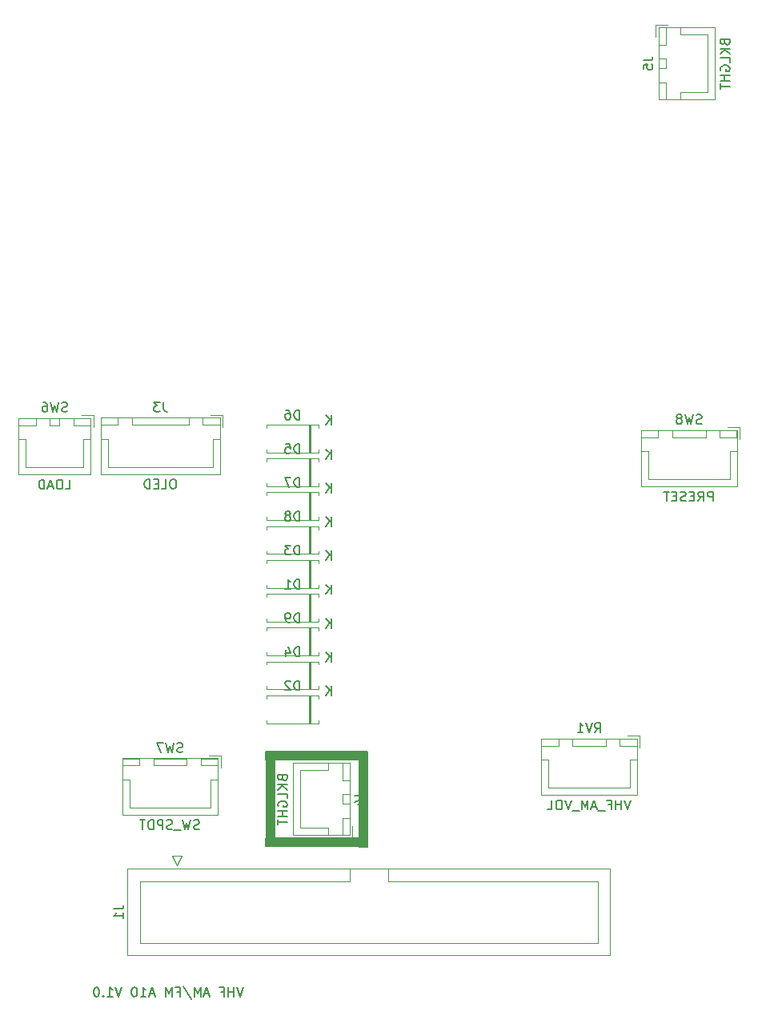
<source format=gbr>
%TF.GenerationSoftware,KiCad,Pcbnew,8.0.2-1*%
%TF.CreationDate,2024-08-11T12:55:08+10:00*%
%TF.ProjectId,VHF-AM-ROTARIES,5648462d-414d-42d5-924f-544152494553,rev?*%
%TF.SameCoordinates,Original*%
%TF.FileFunction,Legend,Bot*%
%TF.FilePolarity,Positive*%
%FSLAX46Y46*%
G04 Gerber Fmt 4.6, Leading zero omitted, Abs format (unit mm)*
G04 Created by KiCad (PCBNEW 8.0.2-1) date 2024-08-11 12:55:08*
%MOMM*%
%LPD*%
G01*
G04 APERTURE LIST*
%ADD10C,0.150000*%
%ADD11C,0.120000*%
G04 APERTURE END LIST*
D10*
X119207300Y-113750000D02*
X129892700Y-113750000D01*
X129892700Y-114610000D01*
X119207300Y-114610000D01*
X119207300Y-113750000D01*
G36*
X119207300Y-113750000D02*
G01*
X129892700Y-113750000D01*
X129892700Y-114610000D01*
X119207300Y-114610000D01*
X119207300Y-113750000D01*
G37*
X119214600Y-122870000D02*
X129050000Y-122870000D01*
X129050000Y-123730000D01*
X119214600Y-123730000D01*
X119214600Y-122870000D01*
G36*
X119214600Y-122870000D02*
G01*
X129050000Y-122870000D01*
X129050000Y-123730000D01*
X119214600Y-123730000D01*
X119214600Y-122870000D01*
G37*
X119226949Y-113915000D02*
X120086949Y-113915000D01*
X120086949Y-123715000D01*
X119226949Y-123715000D01*
X119226949Y-113915000D01*
G36*
X119226949Y-113915000D02*
G01*
X120086949Y-113915000D01*
X120086949Y-123715000D01*
X119226949Y-123715000D01*
X119226949Y-113915000D01*
G37*
X129045000Y-114270000D02*
X129905000Y-114270000D01*
X129905000Y-123760000D01*
X129045000Y-123760000D01*
X129045000Y-114270000D01*
G36*
X129045000Y-114270000D02*
G01*
X129905000Y-114270000D01*
X129905000Y-123760000D01*
X129045000Y-123760000D01*
X129045000Y-114270000D01*
G37*
X116806077Y-138619819D02*
X116472744Y-139619819D01*
X116472744Y-139619819D02*
X116139411Y-138619819D01*
X115806077Y-139619819D02*
X115806077Y-138619819D01*
X115806077Y-139096009D02*
X115234649Y-139096009D01*
X115234649Y-139619819D02*
X115234649Y-138619819D01*
X114425125Y-139096009D02*
X114758458Y-139096009D01*
X114758458Y-139619819D02*
X114758458Y-138619819D01*
X114758458Y-138619819D02*
X114282268Y-138619819D01*
X113187029Y-139334104D02*
X112710839Y-139334104D01*
X113282267Y-139619819D02*
X112948934Y-138619819D01*
X112948934Y-138619819D02*
X112615601Y-139619819D01*
X112282267Y-139619819D02*
X112282267Y-138619819D01*
X112282267Y-138619819D02*
X111948934Y-139334104D01*
X111948934Y-139334104D02*
X111615601Y-138619819D01*
X111615601Y-138619819D02*
X111615601Y-139619819D01*
X110425125Y-138572200D02*
X111282267Y-139857914D01*
X109758458Y-139096009D02*
X110091791Y-139096009D01*
X110091791Y-139619819D02*
X110091791Y-138619819D01*
X110091791Y-138619819D02*
X109615601Y-138619819D01*
X109234648Y-139619819D02*
X109234648Y-138619819D01*
X109234648Y-138619819D02*
X108901315Y-139334104D01*
X108901315Y-139334104D02*
X108567982Y-138619819D01*
X108567982Y-138619819D02*
X108567982Y-139619819D01*
X107377505Y-139334104D02*
X106901315Y-139334104D01*
X107472743Y-139619819D02*
X107139410Y-138619819D01*
X107139410Y-138619819D02*
X106806077Y-139619819D01*
X105948934Y-139619819D02*
X106520362Y-139619819D01*
X106234648Y-139619819D02*
X106234648Y-138619819D01*
X106234648Y-138619819D02*
X106329886Y-138762676D01*
X106329886Y-138762676D02*
X106425124Y-138857914D01*
X106425124Y-138857914D02*
X106520362Y-138905533D01*
X105329886Y-138619819D02*
X105234648Y-138619819D01*
X105234648Y-138619819D02*
X105139410Y-138667438D01*
X105139410Y-138667438D02*
X105091791Y-138715057D01*
X105091791Y-138715057D02*
X105044172Y-138810295D01*
X105044172Y-138810295D02*
X104996553Y-139000771D01*
X104996553Y-139000771D02*
X104996553Y-139238866D01*
X104996553Y-139238866D02*
X105044172Y-139429342D01*
X105044172Y-139429342D02*
X105091791Y-139524580D01*
X105091791Y-139524580D02*
X105139410Y-139572200D01*
X105139410Y-139572200D02*
X105234648Y-139619819D01*
X105234648Y-139619819D02*
X105329886Y-139619819D01*
X105329886Y-139619819D02*
X105425124Y-139572200D01*
X105425124Y-139572200D02*
X105472743Y-139524580D01*
X105472743Y-139524580D02*
X105520362Y-139429342D01*
X105520362Y-139429342D02*
X105567981Y-139238866D01*
X105567981Y-139238866D02*
X105567981Y-139000771D01*
X105567981Y-139000771D02*
X105520362Y-138810295D01*
X105520362Y-138810295D02*
X105472743Y-138715057D01*
X105472743Y-138715057D02*
X105425124Y-138667438D01*
X105425124Y-138667438D02*
X105329886Y-138619819D01*
X103948933Y-138619819D02*
X103615600Y-139619819D01*
X103615600Y-139619819D02*
X103282267Y-138619819D01*
X102425124Y-139619819D02*
X102996552Y-139619819D01*
X102710838Y-139619819D02*
X102710838Y-138619819D01*
X102710838Y-138619819D02*
X102806076Y-138762676D01*
X102806076Y-138762676D02*
X102901314Y-138857914D01*
X102901314Y-138857914D02*
X102996552Y-138905533D01*
X101996552Y-139524580D02*
X101948933Y-139572200D01*
X101948933Y-139572200D02*
X101996552Y-139619819D01*
X101996552Y-139619819D02*
X102044171Y-139572200D01*
X102044171Y-139572200D02*
X101996552Y-139524580D01*
X101996552Y-139524580D02*
X101996552Y-139619819D01*
X101329886Y-138619819D02*
X101234648Y-138619819D01*
X101234648Y-138619819D02*
X101139410Y-138667438D01*
X101139410Y-138667438D02*
X101091791Y-138715057D01*
X101091791Y-138715057D02*
X101044172Y-138810295D01*
X101044172Y-138810295D02*
X100996553Y-139000771D01*
X100996553Y-139000771D02*
X100996553Y-139238866D01*
X100996553Y-139238866D02*
X101044172Y-139429342D01*
X101044172Y-139429342D02*
X101091791Y-139524580D01*
X101091791Y-139524580D02*
X101139410Y-139572200D01*
X101139410Y-139572200D02*
X101234648Y-139619819D01*
X101234648Y-139619819D02*
X101329886Y-139619819D01*
X101329886Y-139619819D02*
X101425124Y-139572200D01*
X101425124Y-139572200D02*
X101472743Y-139524580D01*
X101472743Y-139524580D02*
X101520362Y-139429342D01*
X101520362Y-139429342D02*
X101567981Y-139238866D01*
X101567981Y-139238866D02*
X101567981Y-139000771D01*
X101567981Y-139000771D02*
X101520362Y-138810295D01*
X101520362Y-138810295D02*
X101472743Y-138715057D01*
X101472743Y-138715057D02*
X101425124Y-138667438D01*
X101425124Y-138667438D02*
X101329886Y-138619819D01*
X110383332Y-113757200D02*
X110240475Y-113804819D01*
X110240475Y-113804819D02*
X110002380Y-113804819D01*
X110002380Y-113804819D02*
X109907142Y-113757200D01*
X109907142Y-113757200D02*
X109859523Y-113709580D01*
X109859523Y-113709580D02*
X109811904Y-113614342D01*
X109811904Y-113614342D02*
X109811904Y-113519104D01*
X109811904Y-113519104D02*
X109859523Y-113423866D01*
X109859523Y-113423866D02*
X109907142Y-113376247D01*
X109907142Y-113376247D02*
X110002380Y-113328628D01*
X110002380Y-113328628D02*
X110192856Y-113281009D01*
X110192856Y-113281009D02*
X110288094Y-113233390D01*
X110288094Y-113233390D02*
X110335713Y-113185771D01*
X110335713Y-113185771D02*
X110383332Y-113090533D01*
X110383332Y-113090533D02*
X110383332Y-112995295D01*
X110383332Y-112995295D02*
X110335713Y-112900057D01*
X110335713Y-112900057D02*
X110288094Y-112852438D01*
X110288094Y-112852438D02*
X110192856Y-112804819D01*
X110192856Y-112804819D02*
X109954761Y-112804819D01*
X109954761Y-112804819D02*
X109811904Y-112852438D01*
X109478570Y-112804819D02*
X109240475Y-113804819D01*
X109240475Y-113804819D02*
X109049999Y-113090533D01*
X109049999Y-113090533D02*
X108859523Y-113804819D01*
X108859523Y-113804819D02*
X108621428Y-112804819D01*
X108335713Y-112804819D02*
X107669047Y-112804819D01*
X107669047Y-112804819D02*
X108097618Y-113804819D01*
X112145237Y-121907200D02*
X112002380Y-121954819D01*
X112002380Y-121954819D02*
X111764285Y-121954819D01*
X111764285Y-121954819D02*
X111669047Y-121907200D01*
X111669047Y-121907200D02*
X111621428Y-121859580D01*
X111621428Y-121859580D02*
X111573809Y-121764342D01*
X111573809Y-121764342D02*
X111573809Y-121669104D01*
X111573809Y-121669104D02*
X111621428Y-121573866D01*
X111621428Y-121573866D02*
X111669047Y-121526247D01*
X111669047Y-121526247D02*
X111764285Y-121478628D01*
X111764285Y-121478628D02*
X111954761Y-121431009D01*
X111954761Y-121431009D02*
X112049999Y-121383390D01*
X112049999Y-121383390D02*
X112097618Y-121335771D01*
X112097618Y-121335771D02*
X112145237Y-121240533D01*
X112145237Y-121240533D02*
X112145237Y-121145295D01*
X112145237Y-121145295D02*
X112097618Y-121050057D01*
X112097618Y-121050057D02*
X112049999Y-121002438D01*
X112049999Y-121002438D02*
X111954761Y-120954819D01*
X111954761Y-120954819D02*
X111716666Y-120954819D01*
X111716666Y-120954819D02*
X111573809Y-121002438D01*
X111240475Y-120954819D02*
X111002380Y-121954819D01*
X111002380Y-121954819D02*
X110811904Y-121240533D01*
X110811904Y-121240533D02*
X110621428Y-121954819D01*
X110621428Y-121954819D02*
X110383333Y-120954819D01*
X110240476Y-122050057D02*
X109478571Y-122050057D01*
X109288094Y-121907200D02*
X109145237Y-121954819D01*
X109145237Y-121954819D02*
X108907142Y-121954819D01*
X108907142Y-121954819D02*
X108811904Y-121907200D01*
X108811904Y-121907200D02*
X108764285Y-121859580D01*
X108764285Y-121859580D02*
X108716666Y-121764342D01*
X108716666Y-121764342D02*
X108716666Y-121669104D01*
X108716666Y-121669104D02*
X108764285Y-121573866D01*
X108764285Y-121573866D02*
X108811904Y-121526247D01*
X108811904Y-121526247D02*
X108907142Y-121478628D01*
X108907142Y-121478628D02*
X109097618Y-121431009D01*
X109097618Y-121431009D02*
X109192856Y-121383390D01*
X109192856Y-121383390D02*
X109240475Y-121335771D01*
X109240475Y-121335771D02*
X109288094Y-121240533D01*
X109288094Y-121240533D02*
X109288094Y-121145295D01*
X109288094Y-121145295D02*
X109240475Y-121050057D01*
X109240475Y-121050057D02*
X109192856Y-121002438D01*
X109192856Y-121002438D02*
X109097618Y-120954819D01*
X109097618Y-120954819D02*
X108859523Y-120954819D01*
X108859523Y-120954819D02*
X108716666Y-121002438D01*
X108288094Y-121954819D02*
X108288094Y-120954819D01*
X108288094Y-120954819D02*
X107907142Y-120954819D01*
X107907142Y-120954819D02*
X107811904Y-121002438D01*
X107811904Y-121002438D02*
X107764285Y-121050057D01*
X107764285Y-121050057D02*
X107716666Y-121145295D01*
X107716666Y-121145295D02*
X107716666Y-121288152D01*
X107716666Y-121288152D02*
X107764285Y-121383390D01*
X107764285Y-121383390D02*
X107811904Y-121431009D01*
X107811904Y-121431009D02*
X107907142Y-121478628D01*
X107907142Y-121478628D02*
X108288094Y-121478628D01*
X107288094Y-121954819D02*
X107288094Y-120954819D01*
X107288094Y-120954819D02*
X107049999Y-120954819D01*
X107049999Y-120954819D02*
X106907142Y-121002438D01*
X106907142Y-121002438D02*
X106811904Y-121097676D01*
X106811904Y-121097676D02*
X106764285Y-121192914D01*
X106764285Y-121192914D02*
X106716666Y-121383390D01*
X106716666Y-121383390D02*
X106716666Y-121526247D01*
X106716666Y-121526247D02*
X106764285Y-121716723D01*
X106764285Y-121716723D02*
X106811904Y-121811961D01*
X106811904Y-121811961D02*
X106907142Y-121907200D01*
X106907142Y-121907200D02*
X107049999Y-121954819D01*
X107049999Y-121954819D02*
X107288094Y-121954819D01*
X106430951Y-120954819D02*
X105859523Y-120954819D01*
X106145237Y-121954819D02*
X106145237Y-120954819D01*
X122748094Y-78634819D02*
X122748094Y-77634819D01*
X122748094Y-77634819D02*
X122509999Y-77634819D01*
X122509999Y-77634819D02*
X122367142Y-77682438D01*
X122367142Y-77682438D02*
X122271904Y-77777676D01*
X122271904Y-77777676D02*
X122224285Y-77872914D01*
X122224285Y-77872914D02*
X122176666Y-78063390D01*
X122176666Y-78063390D02*
X122176666Y-78206247D01*
X122176666Y-78206247D02*
X122224285Y-78396723D01*
X122224285Y-78396723D02*
X122271904Y-78491961D01*
X122271904Y-78491961D02*
X122367142Y-78587200D01*
X122367142Y-78587200D02*
X122509999Y-78634819D01*
X122509999Y-78634819D02*
X122748094Y-78634819D01*
X121319523Y-77634819D02*
X121509999Y-77634819D01*
X121509999Y-77634819D02*
X121605237Y-77682438D01*
X121605237Y-77682438D02*
X121652856Y-77730057D01*
X121652856Y-77730057D02*
X121748094Y-77872914D01*
X121748094Y-77872914D02*
X121795713Y-78063390D01*
X121795713Y-78063390D02*
X121795713Y-78444342D01*
X121795713Y-78444342D02*
X121748094Y-78539580D01*
X121748094Y-78539580D02*
X121700475Y-78587200D01*
X121700475Y-78587200D02*
X121605237Y-78634819D01*
X121605237Y-78634819D02*
X121414761Y-78634819D01*
X121414761Y-78634819D02*
X121319523Y-78587200D01*
X121319523Y-78587200D02*
X121271904Y-78539580D01*
X121271904Y-78539580D02*
X121224285Y-78444342D01*
X121224285Y-78444342D02*
X121224285Y-78206247D01*
X121224285Y-78206247D02*
X121271904Y-78111009D01*
X121271904Y-78111009D02*
X121319523Y-78063390D01*
X121319523Y-78063390D02*
X121414761Y-78015771D01*
X121414761Y-78015771D02*
X121605237Y-78015771D01*
X121605237Y-78015771D02*
X121700475Y-78063390D01*
X121700475Y-78063390D02*
X121748094Y-78111009D01*
X121748094Y-78111009D02*
X121795713Y-78206247D01*
X126081904Y-79204819D02*
X126081904Y-78204819D01*
X125510476Y-79204819D02*
X125939047Y-78633390D01*
X125510476Y-78204819D02*
X126081904Y-78776247D01*
X159104819Y-40676666D02*
X159819104Y-40676666D01*
X159819104Y-40676666D02*
X159961961Y-40629047D01*
X159961961Y-40629047D02*
X160057200Y-40533809D01*
X160057200Y-40533809D02*
X160104819Y-40390952D01*
X160104819Y-40390952D02*
X160104819Y-40295714D01*
X159104819Y-41629047D02*
X159104819Y-41152857D01*
X159104819Y-41152857D02*
X159581009Y-41105238D01*
X159581009Y-41105238D02*
X159533390Y-41152857D01*
X159533390Y-41152857D02*
X159485771Y-41248095D01*
X159485771Y-41248095D02*
X159485771Y-41486190D01*
X159485771Y-41486190D02*
X159533390Y-41581428D01*
X159533390Y-41581428D02*
X159581009Y-41629047D01*
X159581009Y-41629047D02*
X159676247Y-41676666D01*
X159676247Y-41676666D02*
X159914342Y-41676666D01*
X159914342Y-41676666D02*
X160009580Y-41629047D01*
X160009580Y-41629047D02*
X160057200Y-41581428D01*
X160057200Y-41581428D02*
X160104819Y-41486190D01*
X160104819Y-41486190D02*
X160104819Y-41248095D01*
X160104819Y-41248095D02*
X160057200Y-41152857D01*
X160057200Y-41152857D02*
X160009580Y-41105238D01*
X167731009Y-38771904D02*
X167778628Y-38914761D01*
X167778628Y-38914761D02*
X167826247Y-38962380D01*
X167826247Y-38962380D02*
X167921485Y-39009999D01*
X167921485Y-39009999D02*
X168064342Y-39009999D01*
X168064342Y-39009999D02*
X168159580Y-38962380D01*
X168159580Y-38962380D02*
X168207200Y-38914761D01*
X168207200Y-38914761D02*
X168254819Y-38819523D01*
X168254819Y-38819523D02*
X168254819Y-38438571D01*
X168254819Y-38438571D02*
X167254819Y-38438571D01*
X167254819Y-38438571D02*
X167254819Y-38771904D01*
X167254819Y-38771904D02*
X167302438Y-38867142D01*
X167302438Y-38867142D02*
X167350057Y-38914761D01*
X167350057Y-38914761D02*
X167445295Y-38962380D01*
X167445295Y-38962380D02*
X167540533Y-38962380D01*
X167540533Y-38962380D02*
X167635771Y-38914761D01*
X167635771Y-38914761D02*
X167683390Y-38867142D01*
X167683390Y-38867142D02*
X167731009Y-38771904D01*
X167731009Y-38771904D02*
X167731009Y-38438571D01*
X168254819Y-39438571D02*
X167254819Y-39438571D01*
X168254819Y-40009999D02*
X167683390Y-39581428D01*
X167254819Y-40009999D02*
X167826247Y-39438571D01*
X168254819Y-40914761D02*
X168254819Y-40438571D01*
X168254819Y-40438571D02*
X167254819Y-40438571D01*
X167302438Y-41771904D02*
X167254819Y-41676666D01*
X167254819Y-41676666D02*
X167254819Y-41533809D01*
X167254819Y-41533809D02*
X167302438Y-41390952D01*
X167302438Y-41390952D02*
X167397676Y-41295714D01*
X167397676Y-41295714D02*
X167492914Y-41248095D01*
X167492914Y-41248095D02*
X167683390Y-41200476D01*
X167683390Y-41200476D02*
X167826247Y-41200476D01*
X167826247Y-41200476D02*
X168016723Y-41248095D01*
X168016723Y-41248095D02*
X168111961Y-41295714D01*
X168111961Y-41295714D02*
X168207200Y-41390952D01*
X168207200Y-41390952D02*
X168254819Y-41533809D01*
X168254819Y-41533809D02*
X168254819Y-41629047D01*
X168254819Y-41629047D02*
X168207200Y-41771904D01*
X168207200Y-41771904D02*
X168159580Y-41819523D01*
X168159580Y-41819523D02*
X167826247Y-41819523D01*
X167826247Y-41819523D02*
X167826247Y-41629047D01*
X168254819Y-42248095D02*
X167254819Y-42248095D01*
X167731009Y-42248095D02*
X167731009Y-42819523D01*
X168254819Y-42819523D02*
X167254819Y-42819523D01*
X167254819Y-43152857D02*
X167254819Y-43724285D01*
X168254819Y-43438571D02*
X167254819Y-43438571D01*
X153970238Y-111704819D02*
X154303571Y-111228628D01*
X154541666Y-111704819D02*
X154541666Y-110704819D01*
X154541666Y-110704819D02*
X154160714Y-110704819D01*
X154160714Y-110704819D02*
X154065476Y-110752438D01*
X154065476Y-110752438D02*
X154017857Y-110800057D01*
X154017857Y-110800057D02*
X153970238Y-110895295D01*
X153970238Y-110895295D02*
X153970238Y-111038152D01*
X153970238Y-111038152D02*
X154017857Y-111133390D01*
X154017857Y-111133390D02*
X154065476Y-111181009D01*
X154065476Y-111181009D02*
X154160714Y-111228628D01*
X154160714Y-111228628D02*
X154541666Y-111228628D01*
X153684523Y-110704819D02*
X153351190Y-111704819D01*
X153351190Y-111704819D02*
X153017857Y-110704819D01*
X152160714Y-111704819D02*
X152732142Y-111704819D01*
X152446428Y-111704819D02*
X152446428Y-110704819D01*
X152446428Y-110704819D02*
X152541666Y-110847676D01*
X152541666Y-110847676D02*
X152636904Y-110942914D01*
X152636904Y-110942914D02*
X152732142Y-110990533D01*
X157779761Y-118854819D02*
X157446428Y-119854819D01*
X157446428Y-119854819D02*
X157113095Y-118854819D01*
X156779761Y-119854819D02*
X156779761Y-118854819D01*
X156779761Y-119331009D02*
X156208333Y-119331009D01*
X156208333Y-119854819D02*
X156208333Y-118854819D01*
X155398809Y-119331009D02*
X155732142Y-119331009D01*
X155732142Y-119854819D02*
X155732142Y-118854819D01*
X155732142Y-118854819D02*
X155255952Y-118854819D01*
X155113095Y-119950057D02*
X154351190Y-119950057D01*
X154160713Y-119569104D02*
X153684523Y-119569104D01*
X154255951Y-119854819D02*
X153922618Y-118854819D01*
X153922618Y-118854819D02*
X153589285Y-119854819D01*
X153255951Y-119854819D02*
X153255951Y-118854819D01*
X153255951Y-118854819D02*
X152922618Y-119569104D01*
X152922618Y-119569104D02*
X152589285Y-118854819D01*
X152589285Y-118854819D02*
X152589285Y-119854819D01*
X152351190Y-119950057D02*
X151589285Y-119950057D01*
X151494046Y-118854819D02*
X151160713Y-119854819D01*
X151160713Y-119854819D02*
X150827380Y-118854819D01*
X150303570Y-118854819D02*
X150113094Y-118854819D01*
X150113094Y-118854819D02*
X150017856Y-118902438D01*
X150017856Y-118902438D02*
X149922618Y-118997676D01*
X149922618Y-118997676D02*
X149874999Y-119188152D01*
X149874999Y-119188152D02*
X149874999Y-119521485D01*
X149874999Y-119521485D02*
X149922618Y-119711961D01*
X149922618Y-119711961D02*
X150017856Y-119807200D01*
X150017856Y-119807200D02*
X150113094Y-119854819D01*
X150113094Y-119854819D02*
X150303570Y-119854819D01*
X150303570Y-119854819D02*
X150398808Y-119807200D01*
X150398808Y-119807200D02*
X150494046Y-119711961D01*
X150494046Y-119711961D02*
X150541665Y-119521485D01*
X150541665Y-119521485D02*
X150541665Y-119188152D01*
X150541665Y-119188152D02*
X150494046Y-118997676D01*
X150494046Y-118997676D02*
X150398808Y-118902438D01*
X150398808Y-118902438D02*
X150303570Y-118854819D01*
X148970237Y-119854819D02*
X149446427Y-119854819D01*
X149446427Y-119854819D02*
X149446427Y-118854819D01*
X122748094Y-103659819D02*
X122748094Y-102659819D01*
X122748094Y-102659819D02*
X122509999Y-102659819D01*
X122509999Y-102659819D02*
X122367142Y-102707438D01*
X122367142Y-102707438D02*
X122271904Y-102802676D01*
X122271904Y-102802676D02*
X122224285Y-102897914D01*
X122224285Y-102897914D02*
X122176666Y-103088390D01*
X122176666Y-103088390D02*
X122176666Y-103231247D01*
X122176666Y-103231247D02*
X122224285Y-103421723D01*
X122224285Y-103421723D02*
X122271904Y-103516961D01*
X122271904Y-103516961D02*
X122367142Y-103612200D01*
X122367142Y-103612200D02*
X122509999Y-103659819D01*
X122509999Y-103659819D02*
X122748094Y-103659819D01*
X121319523Y-102993152D02*
X121319523Y-103659819D01*
X121557618Y-102612200D02*
X121795713Y-103326485D01*
X121795713Y-103326485D02*
X121176666Y-103326485D01*
X126081904Y-104229819D02*
X126081904Y-103229819D01*
X125510476Y-104229819D02*
X125939047Y-103658390D01*
X125510476Y-103229819D02*
X126081904Y-103801247D01*
X122748094Y-85784819D02*
X122748094Y-84784819D01*
X122748094Y-84784819D02*
X122509999Y-84784819D01*
X122509999Y-84784819D02*
X122367142Y-84832438D01*
X122367142Y-84832438D02*
X122271904Y-84927676D01*
X122271904Y-84927676D02*
X122224285Y-85022914D01*
X122224285Y-85022914D02*
X122176666Y-85213390D01*
X122176666Y-85213390D02*
X122176666Y-85356247D01*
X122176666Y-85356247D02*
X122224285Y-85546723D01*
X122224285Y-85546723D02*
X122271904Y-85641961D01*
X122271904Y-85641961D02*
X122367142Y-85737200D01*
X122367142Y-85737200D02*
X122509999Y-85784819D01*
X122509999Y-85784819D02*
X122748094Y-85784819D01*
X121843332Y-84784819D02*
X121176666Y-84784819D01*
X121176666Y-84784819D02*
X121605237Y-85784819D01*
X126081904Y-86354819D02*
X126081904Y-85354819D01*
X125510476Y-86354819D02*
X125939047Y-85783390D01*
X125510476Y-85354819D02*
X126081904Y-85926247D01*
X122748094Y-100084819D02*
X122748094Y-99084819D01*
X122748094Y-99084819D02*
X122509999Y-99084819D01*
X122509999Y-99084819D02*
X122367142Y-99132438D01*
X122367142Y-99132438D02*
X122271904Y-99227676D01*
X122271904Y-99227676D02*
X122224285Y-99322914D01*
X122224285Y-99322914D02*
X122176666Y-99513390D01*
X122176666Y-99513390D02*
X122176666Y-99656247D01*
X122176666Y-99656247D02*
X122224285Y-99846723D01*
X122224285Y-99846723D02*
X122271904Y-99941961D01*
X122271904Y-99941961D02*
X122367142Y-100037200D01*
X122367142Y-100037200D02*
X122509999Y-100084819D01*
X122509999Y-100084819D02*
X122748094Y-100084819D01*
X121700475Y-100084819D02*
X121509999Y-100084819D01*
X121509999Y-100084819D02*
X121414761Y-100037200D01*
X121414761Y-100037200D02*
X121367142Y-99989580D01*
X121367142Y-99989580D02*
X121271904Y-99846723D01*
X121271904Y-99846723D02*
X121224285Y-99656247D01*
X121224285Y-99656247D02*
X121224285Y-99275295D01*
X121224285Y-99275295D02*
X121271904Y-99180057D01*
X121271904Y-99180057D02*
X121319523Y-99132438D01*
X121319523Y-99132438D02*
X121414761Y-99084819D01*
X121414761Y-99084819D02*
X121605237Y-99084819D01*
X121605237Y-99084819D02*
X121700475Y-99132438D01*
X121700475Y-99132438D02*
X121748094Y-99180057D01*
X121748094Y-99180057D02*
X121795713Y-99275295D01*
X121795713Y-99275295D02*
X121795713Y-99513390D01*
X121795713Y-99513390D02*
X121748094Y-99608628D01*
X121748094Y-99608628D02*
X121700475Y-99656247D01*
X121700475Y-99656247D02*
X121605237Y-99703866D01*
X121605237Y-99703866D02*
X121414761Y-99703866D01*
X121414761Y-99703866D02*
X121319523Y-99656247D01*
X121319523Y-99656247D02*
X121271904Y-99608628D01*
X121271904Y-99608628D02*
X121224285Y-99513390D01*
X126081904Y-100654819D02*
X126081904Y-99654819D01*
X125510476Y-100654819D02*
X125939047Y-100083390D01*
X125510476Y-99654819D02*
X126081904Y-100226247D01*
X165288332Y-79057200D02*
X165145475Y-79104819D01*
X165145475Y-79104819D02*
X164907380Y-79104819D01*
X164907380Y-79104819D02*
X164812142Y-79057200D01*
X164812142Y-79057200D02*
X164764523Y-79009580D01*
X164764523Y-79009580D02*
X164716904Y-78914342D01*
X164716904Y-78914342D02*
X164716904Y-78819104D01*
X164716904Y-78819104D02*
X164764523Y-78723866D01*
X164764523Y-78723866D02*
X164812142Y-78676247D01*
X164812142Y-78676247D02*
X164907380Y-78628628D01*
X164907380Y-78628628D02*
X165097856Y-78581009D01*
X165097856Y-78581009D02*
X165193094Y-78533390D01*
X165193094Y-78533390D02*
X165240713Y-78485771D01*
X165240713Y-78485771D02*
X165288332Y-78390533D01*
X165288332Y-78390533D02*
X165288332Y-78295295D01*
X165288332Y-78295295D02*
X165240713Y-78200057D01*
X165240713Y-78200057D02*
X165193094Y-78152438D01*
X165193094Y-78152438D02*
X165097856Y-78104819D01*
X165097856Y-78104819D02*
X164859761Y-78104819D01*
X164859761Y-78104819D02*
X164716904Y-78152438D01*
X164383570Y-78104819D02*
X164145475Y-79104819D01*
X164145475Y-79104819D02*
X163954999Y-78390533D01*
X163954999Y-78390533D02*
X163764523Y-79104819D01*
X163764523Y-79104819D02*
X163526428Y-78104819D01*
X163002618Y-78533390D02*
X163097856Y-78485771D01*
X163097856Y-78485771D02*
X163145475Y-78438152D01*
X163145475Y-78438152D02*
X163193094Y-78342914D01*
X163193094Y-78342914D02*
X163193094Y-78295295D01*
X163193094Y-78295295D02*
X163145475Y-78200057D01*
X163145475Y-78200057D02*
X163097856Y-78152438D01*
X163097856Y-78152438D02*
X163002618Y-78104819D01*
X163002618Y-78104819D02*
X162812142Y-78104819D01*
X162812142Y-78104819D02*
X162716904Y-78152438D01*
X162716904Y-78152438D02*
X162669285Y-78200057D01*
X162669285Y-78200057D02*
X162621666Y-78295295D01*
X162621666Y-78295295D02*
X162621666Y-78342914D01*
X162621666Y-78342914D02*
X162669285Y-78438152D01*
X162669285Y-78438152D02*
X162716904Y-78485771D01*
X162716904Y-78485771D02*
X162812142Y-78533390D01*
X162812142Y-78533390D02*
X163002618Y-78533390D01*
X163002618Y-78533390D02*
X163097856Y-78581009D01*
X163097856Y-78581009D02*
X163145475Y-78628628D01*
X163145475Y-78628628D02*
X163193094Y-78723866D01*
X163193094Y-78723866D02*
X163193094Y-78914342D01*
X163193094Y-78914342D02*
X163145475Y-79009580D01*
X163145475Y-79009580D02*
X163097856Y-79057200D01*
X163097856Y-79057200D02*
X163002618Y-79104819D01*
X163002618Y-79104819D02*
X162812142Y-79104819D01*
X162812142Y-79104819D02*
X162716904Y-79057200D01*
X162716904Y-79057200D02*
X162669285Y-79009580D01*
X162669285Y-79009580D02*
X162621666Y-78914342D01*
X162621666Y-78914342D02*
X162621666Y-78723866D01*
X162621666Y-78723866D02*
X162669285Y-78628628D01*
X162669285Y-78628628D02*
X162716904Y-78581009D01*
X162716904Y-78581009D02*
X162812142Y-78533390D01*
X166478809Y-87254819D02*
X166478809Y-86254819D01*
X166478809Y-86254819D02*
X166097857Y-86254819D01*
X166097857Y-86254819D02*
X166002619Y-86302438D01*
X166002619Y-86302438D02*
X165955000Y-86350057D01*
X165955000Y-86350057D02*
X165907381Y-86445295D01*
X165907381Y-86445295D02*
X165907381Y-86588152D01*
X165907381Y-86588152D02*
X165955000Y-86683390D01*
X165955000Y-86683390D02*
X166002619Y-86731009D01*
X166002619Y-86731009D02*
X166097857Y-86778628D01*
X166097857Y-86778628D02*
X166478809Y-86778628D01*
X164907381Y-87254819D02*
X165240714Y-86778628D01*
X165478809Y-87254819D02*
X165478809Y-86254819D01*
X165478809Y-86254819D02*
X165097857Y-86254819D01*
X165097857Y-86254819D02*
X165002619Y-86302438D01*
X165002619Y-86302438D02*
X164955000Y-86350057D01*
X164955000Y-86350057D02*
X164907381Y-86445295D01*
X164907381Y-86445295D02*
X164907381Y-86588152D01*
X164907381Y-86588152D02*
X164955000Y-86683390D01*
X164955000Y-86683390D02*
X165002619Y-86731009D01*
X165002619Y-86731009D02*
X165097857Y-86778628D01*
X165097857Y-86778628D02*
X165478809Y-86778628D01*
X164478809Y-86731009D02*
X164145476Y-86731009D01*
X164002619Y-87254819D02*
X164478809Y-87254819D01*
X164478809Y-87254819D02*
X164478809Y-86254819D01*
X164478809Y-86254819D02*
X164002619Y-86254819D01*
X163621666Y-87207200D02*
X163478809Y-87254819D01*
X163478809Y-87254819D02*
X163240714Y-87254819D01*
X163240714Y-87254819D02*
X163145476Y-87207200D01*
X163145476Y-87207200D02*
X163097857Y-87159580D01*
X163097857Y-87159580D02*
X163050238Y-87064342D01*
X163050238Y-87064342D02*
X163050238Y-86969104D01*
X163050238Y-86969104D02*
X163097857Y-86873866D01*
X163097857Y-86873866D02*
X163145476Y-86826247D01*
X163145476Y-86826247D02*
X163240714Y-86778628D01*
X163240714Y-86778628D02*
X163431190Y-86731009D01*
X163431190Y-86731009D02*
X163526428Y-86683390D01*
X163526428Y-86683390D02*
X163574047Y-86635771D01*
X163574047Y-86635771D02*
X163621666Y-86540533D01*
X163621666Y-86540533D02*
X163621666Y-86445295D01*
X163621666Y-86445295D02*
X163574047Y-86350057D01*
X163574047Y-86350057D02*
X163526428Y-86302438D01*
X163526428Y-86302438D02*
X163431190Y-86254819D01*
X163431190Y-86254819D02*
X163193095Y-86254819D01*
X163193095Y-86254819D02*
X163050238Y-86302438D01*
X162621666Y-86731009D02*
X162288333Y-86731009D01*
X162145476Y-87254819D02*
X162621666Y-87254819D01*
X162621666Y-87254819D02*
X162621666Y-86254819D01*
X162621666Y-86254819D02*
X162145476Y-86254819D01*
X161859761Y-86254819D02*
X161288333Y-86254819D01*
X161574047Y-87254819D02*
X161574047Y-86254819D01*
X108358333Y-76804819D02*
X108358333Y-77519104D01*
X108358333Y-77519104D02*
X108405952Y-77661961D01*
X108405952Y-77661961D02*
X108501190Y-77757200D01*
X108501190Y-77757200D02*
X108644047Y-77804819D01*
X108644047Y-77804819D02*
X108739285Y-77804819D01*
X107977380Y-76804819D02*
X107358333Y-76804819D01*
X107358333Y-76804819D02*
X107691666Y-77185771D01*
X107691666Y-77185771D02*
X107548809Y-77185771D01*
X107548809Y-77185771D02*
X107453571Y-77233390D01*
X107453571Y-77233390D02*
X107405952Y-77281009D01*
X107405952Y-77281009D02*
X107358333Y-77376247D01*
X107358333Y-77376247D02*
X107358333Y-77614342D01*
X107358333Y-77614342D02*
X107405952Y-77709580D01*
X107405952Y-77709580D02*
X107453571Y-77757200D01*
X107453571Y-77757200D02*
X107548809Y-77804819D01*
X107548809Y-77804819D02*
X107834523Y-77804819D01*
X107834523Y-77804819D02*
X107929761Y-77757200D01*
X107929761Y-77757200D02*
X107977380Y-77709580D01*
X109477380Y-84954819D02*
X109286904Y-84954819D01*
X109286904Y-84954819D02*
X109191666Y-85002438D01*
X109191666Y-85002438D02*
X109096428Y-85097676D01*
X109096428Y-85097676D02*
X109048809Y-85288152D01*
X109048809Y-85288152D02*
X109048809Y-85621485D01*
X109048809Y-85621485D02*
X109096428Y-85811961D01*
X109096428Y-85811961D02*
X109191666Y-85907200D01*
X109191666Y-85907200D02*
X109286904Y-85954819D01*
X109286904Y-85954819D02*
X109477380Y-85954819D01*
X109477380Y-85954819D02*
X109572618Y-85907200D01*
X109572618Y-85907200D02*
X109667856Y-85811961D01*
X109667856Y-85811961D02*
X109715475Y-85621485D01*
X109715475Y-85621485D02*
X109715475Y-85288152D01*
X109715475Y-85288152D02*
X109667856Y-85097676D01*
X109667856Y-85097676D02*
X109572618Y-85002438D01*
X109572618Y-85002438D02*
X109477380Y-84954819D01*
X108144047Y-85954819D02*
X108620237Y-85954819D01*
X108620237Y-85954819D02*
X108620237Y-84954819D01*
X107810713Y-85431009D02*
X107477380Y-85431009D01*
X107334523Y-85954819D02*
X107810713Y-85954819D01*
X107810713Y-85954819D02*
X107810713Y-84954819D01*
X107810713Y-84954819D02*
X107334523Y-84954819D01*
X106905951Y-85954819D02*
X106905951Y-84954819D01*
X106905951Y-84954819D02*
X106667856Y-84954819D01*
X106667856Y-84954819D02*
X106524999Y-85002438D01*
X106524999Y-85002438D02*
X106429761Y-85097676D01*
X106429761Y-85097676D02*
X106382142Y-85192914D01*
X106382142Y-85192914D02*
X106334523Y-85383390D01*
X106334523Y-85383390D02*
X106334523Y-85526247D01*
X106334523Y-85526247D02*
X106382142Y-85716723D01*
X106382142Y-85716723D02*
X106429761Y-85811961D01*
X106429761Y-85811961D02*
X106524999Y-85907200D01*
X106524999Y-85907200D02*
X106667856Y-85954819D01*
X106667856Y-85954819D02*
X106905951Y-85954819D01*
X122748094Y-107234819D02*
X122748094Y-106234819D01*
X122748094Y-106234819D02*
X122509999Y-106234819D01*
X122509999Y-106234819D02*
X122367142Y-106282438D01*
X122367142Y-106282438D02*
X122271904Y-106377676D01*
X122271904Y-106377676D02*
X122224285Y-106472914D01*
X122224285Y-106472914D02*
X122176666Y-106663390D01*
X122176666Y-106663390D02*
X122176666Y-106806247D01*
X122176666Y-106806247D02*
X122224285Y-106996723D01*
X122224285Y-106996723D02*
X122271904Y-107091961D01*
X122271904Y-107091961D02*
X122367142Y-107187200D01*
X122367142Y-107187200D02*
X122509999Y-107234819D01*
X122509999Y-107234819D02*
X122748094Y-107234819D01*
X121795713Y-106330057D02*
X121748094Y-106282438D01*
X121748094Y-106282438D02*
X121652856Y-106234819D01*
X121652856Y-106234819D02*
X121414761Y-106234819D01*
X121414761Y-106234819D02*
X121319523Y-106282438D01*
X121319523Y-106282438D02*
X121271904Y-106330057D01*
X121271904Y-106330057D02*
X121224285Y-106425295D01*
X121224285Y-106425295D02*
X121224285Y-106520533D01*
X121224285Y-106520533D02*
X121271904Y-106663390D01*
X121271904Y-106663390D02*
X121843332Y-107234819D01*
X121843332Y-107234819D02*
X121224285Y-107234819D01*
X126081904Y-107804819D02*
X126081904Y-106804819D01*
X125510476Y-107804819D02*
X125939047Y-107233390D01*
X125510476Y-106804819D02*
X126081904Y-107376247D01*
X128604819Y-118416666D02*
X129319104Y-118416666D01*
X129319104Y-118416666D02*
X129461961Y-118369047D01*
X129461961Y-118369047D02*
X129557200Y-118273809D01*
X129557200Y-118273809D02*
X129604819Y-118130952D01*
X129604819Y-118130952D02*
X129604819Y-118035714D01*
X128938152Y-119321428D02*
X129604819Y-119321428D01*
X128557200Y-119083333D02*
X129271485Y-118845238D01*
X129271485Y-118845238D02*
X129271485Y-119464285D01*
X120931009Y-116511904D02*
X120978628Y-116654761D01*
X120978628Y-116654761D02*
X121026247Y-116702380D01*
X121026247Y-116702380D02*
X121121485Y-116749999D01*
X121121485Y-116749999D02*
X121264342Y-116749999D01*
X121264342Y-116749999D02*
X121359580Y-116702380D01*
X121359580Y-116702380D02*
X121407200Y-116654761D01*
X121407200Y-116654761D02*
X121454819Y-116559523D01*
X121454819Y-116559523D02*
X121454819Y-116178571D01*
X121454819Y-116178571D02*
X120454819Y-116178571D01*
X120454819Y-116178571D02*
X120454819Y-116511904D01*
X120454819Y-116511904D02*
X120502438Y-116607142D01*
X120502438Y-116607142D02*
X120550057Y-116654761D01*
X120550057Y-116654761D02*
X120645295Y-116702380D01*
X120645295Y-116702380D02*
X120740533Y-116702380D01*
X120740533Y-116702380D02*
X120835771Y-116654761D01*
X120835771Y-116654761D02*
X120883390Y-116607142D01*
X120883390Y-116607142D02*
X120931009Y-116511904D01*
X120931009Y-116511904D02*
X120931009Y-116178571D01*
X121454819Y-117178571D02*
X120454819Y-117178571D01*
X121454819Y-117749999D02*
X120883390Y-117321428D01*
X120454819Y-117749999D02*
X121026247Y-117178571D01*
X121454819Y-118654761D02*
X121454819Y-118178571D01*
X121454819Y-118178571D02*
X120454819Y-118178571D01*
X120502438Y-119511904D02*
X120454819Y-119416666D01*
X120454819Y-119416666D02*
X120454819Y-119273809D01*
X120454819Y-119273809D02*
X120502438Y-119130952D01*
X120502438Y-119130952D02*
X120597676Y-119035714D01*
X120597676Y-119035714D02*
X120692914Y-118988095D01*
X120692914Y-118988095D02*
X120883390Y-118940476D01*
X120883390Y-118940476D02*
X121026247Y-118940476D01*
X121026247Y-118940476D02*
X121216723Y-118988095D01*
X121216723Y-118988095D02*
X121311961Y-119035714D01*
X121311961Y-119035714D02*
X121407200Y-119130952D01*
X121407200Y-119130952D02*
X121454819Y-119273809D01*
X121454819Y-119273809D02*
X121454819Y-119369047D01*
X121454819Y-119369047D02*
X121407200Y-119511904D01*
X121407200Y-119511904D02*
X121359580Y-119559523D01*
X121359580Y-119559523D02*
X121026247Y-119559523D01*
X121026247Y-119559523D02*
X121026247Y-119369047D01*
X121454819Y-119988095D02*
X120454819Y-119988095D01*
X120931009Y-119988095D02*
X120931009Y-120559523D01*
X121454819Y-120559523D02*
X120454819Y-120559523D01*
X120454819Y-120892857D02*
X120454819Y-121464285D01*
X121454819Y-121178571D02*
X120454819Y-121178571D01*
X122748094Y-89359819D02*
X122748094Y-88359819D01*
X122748094Y-88359819D02*
X122509999Y-88359819D01*
X122509999Y-88359819D02*
X122367142Y-88407438D01*
X122367142Y-88407438D02*
X122271904Y-88502676D01*
X122271904Y-88502676D02*
X122224285Y-88597914D01*
X122224285Y-88597914D02*
X122176666Y-88788390D01*
X122176666Y-88788390D02*
X122176666Y-88931247D01*
X122176666Y-88931247D02*
X122224285Y-89121723D01*
X122224285Y-89121723D02*
X122271904Y-89216961D01*
X122271904Y-89216961D02*
X122367142Y-89312200D01*
X122367142Y-89312200D02*
X122509999Y-89359819D01*
X122509999Y-89359819D02*
X122748094Y-89359819D01*
X121605237Y-88788390D02*
X121700475Y-88740771D01*
X121700475Y-88740771D02*
X121748094Y-88693152D01*
X121748094Y-88693152D02*
X121795713Y-88597914D01*
X121795713Y-88597914D02*
X121795713Y-88550295D01*
X121795713Y-88550295D02*
X121748094Y-88455057D01*
X121748094Y-88455057D02*
X121700475Y-88407438D01*
X121700475Y-88407438D02*
X121605237Y-88359819D01*
X121605237Y-88359819D02*
X121414761Y-88359819D01*
X121414761Y-88359819D02*
X121319523Y-88407438D01*
X121319523Y-88407438D02*
X121271904Y-88455057D01*
X121271904Y-88455057D02*
X121224285Y-88550295D01*
X121224285Y-88550295D02*
X121224285Y-88597914D01*
X121224285Y-88597914D02*
X121271904Y-88693152D01*
X121271904Y-88693152D02*
X121319523Y-88740771D01*
X121319523Y-88740771D02*
X121414761Y-88788390D01*
X121414761Y-88788390D02*
X121605237Y-88788390D01*
X121605237Y-88788390D02*
X121700475Y-88836009D01*
X121700475Y-88836009D02*
X121748094Y-88883628D01*
X121748094Y-88883628D02*
X121795713Y-88978866D01*
X121795713Y-88978866D02*
X121795713Y-89169342D01*
X121795713Y-89169342D02*
X121748094Y-89264580D01*
X121748094Y-89264580D02*
X121700475Y-89312200D01*
X121700475Y-89312200D02*
X121605237Y-89359819D01*
X121605237Y-89359819D02*
X121414761Y-89359819D01*
X121414761Y-89359819D02*
X121319523Y-89312200D01*
X121319523Y-89312200D02*
X121271904Y-89264580D01*
X121271904Y-89264580D02*
X121224285Y-89169342D01*
X121224285Y-89169342D02*
X121224285Y-88978866D01*
X121224285Y-88978866D02*
X121271904Y-88883628D01*
X121271904Y-88883628D02*
X121319523Y-88836009D01*
X121319523Y-88836009D02*
X121414761Y-88788390D01*
X126081904Y-89929819D02*
X126081904Y-88929819D01*
X125510476Y-89929819D02*
X125939047Y-89358390D01*
X125510476Y-88929819D02*
X126081904Y-89501247D01*
X122748094Y-96509819D02*
X122748094Y-95509819D01*
X122748094Y-95509819D02*
X122509999Y-95509819D01*
X122509999Y-95509819D02*
X122367142Y-95557438D01*
X122367142Y-95557438D02*
X122271904Y-95652676D01*
X122271904Y-95652676D02*
X122224285Y-95747914D01*
X122224285Y-95747914D02*
X122176666Y-95938390D01*
X122176666Y-95938390D02*
X122176666Y-96081247D01*
X122176666Y-96081247D02*
X122224285Y-96271723D01*
X122224285Y-96271723D02*
X122271904Y-96366961D01*
X122271904Y-96366961D02*
X122367142Y-96462200D01*
X122367142Y-96462200D02*
X122509999Y-96509819D01*
X122509999Y-96509819D02*
X122748094Y-96509819D01*
X121224285Y-96509819D02*
X121795713Y-96509819D01*
X121509999Y-96509819D02*
X121509999Y-95509819D01*
X121509999Y-95509819D02*
X121605237Y-95652676D01*
X121605237Y-95652676D02*
X121700475Y-95747914D01*
X121700475Y-95747914D02*
X121795713Y-95795533D01*
X126081904Y-97079819D02*
X126081904Y-96079819D01*
X125510476Y-97079819D02*
X125939047Y-96508390D01*
X125510476Y-96079819D02*
X126081904Y-96651247D01*
X122748094Y-82209819D02*
X122748094Y-81209819D01*
X122748094Y-81209819D02*
X122509999Y-81209819D01*
X122509999Y-81209819D02*
X122367142Y-81257438D01*
X122367142Y-81257438D02*
X122271904Y-81352676D01*
X122271904Y-81352676D02*
X122224285Y-81447914D01*
X122224285Y-81447914D02*
X122176666Y-81638390D01*
X122176666Y-81638390D02*
X122176666Y-81781247D01*
X122176666Y-81781247D02*
X122224285Y-81971723D01*
X122224285Y-81971723D02*
X122271904Y-82066961D01*
X122271904Y-82066961D02*
X122367142Y-82162200D01*
X122367142Y-82162200D02*
X122509999Y-82209819D01*
X122509999Y-82209819D02*
X122748094Y-82209819D01*
X121271904Y-81209819D02*
X121748094Y-81209819D01*
X121748094Y-81209819D02*
X121795713Y-81686009D01*
X121795713Y-81686009D02*
X121748094Y-81638390D01*
X121748094Y-81638390D02*
X121652856Y-81590771D01*
X121652856Y-81590771D02*
X121414761Y-81590771D01*
X121414761Y-81590771D02*
X121319523Y-81638390D01*
X121319523Y-81638390D02*
X121271904Y-81686009D01*
X121271904Y-81686009D02*
X121224285Y-81781247D01*
X121224285Y-81781247D02*
X121224285Y-82019342D01*
X121224285Y-82019342D02*
X121271904Y-82114580D01*
X121271904Y-82114580D02*
X121319523Y-82162200D01*
X121319523Y-82162200D02*
X121414761Y-82209819D01*
X121414761Y-82209819D02*
X121652856Y-82209819D01*
X121652856Y-82209819D02*
X121748094Y-82162200D01*
X121748094Y-82162200D02*
X121795713Y-82114580D01*
X126081904Y-82779819D02*
X126081904Y-81779819D01*
X125510476Y-82779819D02*
X125939047Y-82208390D01*
X125510476Y-81779819D02*
X126081904Y-82351247D01*
X122748094Y-92934819D02*
X122748094Y-91934819D01*
X122748094Y-91934819D02*
X122509999Y-91934819D01*
X122509999Y-91934819D02*
X122367142Y-91982438D01*
X122367142Y-91982438D02*
X122271904Y-92077676D01*
X122271904Y-92077676D02*
X122224285Y-92172914D01*
X122224285Y-92172914D02*
X122176666Y-92363390D01*
X122176666Y-92363390D02*
X122176666Y-92506247D01*
X122176666Y-92506247D02*
X122224285Y-92696723D01*
X122224285Y-92696723D02*
X122271904Y-92791961D01*
X122271904Y-92791961D02*
X122367142Y-92887200D01*
X122367142Y-92887200D02*
X122509999Y-92934819D01*
X122509999Y-92934819D02*
X122748094Y-92934819D01*
X121843332Y-91934819D02*
X121224285Y-91934819D01*
X121224285Y-91934819D02*
X121557618Y-92315771D01*
X121557618Y-92315771D02*
X121414761Y-92315771D01*
X121414761Y-92315771D02*
X121319523Y-92363390D01*
X121319523Y-92363390D02*
X121271904Y-92411009D01*
X121271904Y-92411009D02*
X121224285Y-92506247D01*
X121224285Y-92506247D02*
X121224285Y-92744342D01*
X121224285Y-92744342D02*
X121271904Y-92839580D01*
X121271904Y-92839580D02*
X121319523Y-92887200D01*
X121319523Y-92887200D02*
X121414761Y-92934819D01*
X121414761Y-92934819D02*
X121700475Y-92934819D01*
X121700475Y-92934819D02*
X121795713Y-92887200D01*
X121795713Y-92887200D02*
X121843332Y-92839580D01*
X126081904Y-93504819D02*
X126081904Y-92504819D01*
X125510476Y-93504819D02*
X125939047Y-92933390D01*
X125510476Y-92504819D02*
X126081904Y-93076247D01*
X103129819Y-130336666D02*
X103844104Y-130336666D01*
X103844104Y-130336666D02*
X103986961Y-130289047D01*
X103986961Y-130289047D02*
X104082200Y-130193809D01*
X104082200Y-130193809D02*
X104129819Y-130050952D01*
X104129819Y-130050952D02*
X104129819Y-129955714D01*
X104129819Y-131336666D02*
X104129819Y-130765238D01*
X104129819Y-131050952D02*
X103129819Y-131050952D01*
X103129819Y-131050952D02*
X103272676Y-130955714D01*
X103272676Y-130955714D02*
X103367914Y-130860476D01*
X103367914Y-130860476D02*
X103415533Y-130765238D01*
X98183332Y-77782200D02*
X98040475Y-77829819D01*
X98040475Y-77829819D02*
X97802380Y-77829819D01*
X97802380Y-77829819D02*
X97707142Y-77782200D01*
X97707142Y-77782200D02*
X97659523Y-77734580D01*
X97659523Y-77734580D02*
X97611904Y-77639342D01*
X97611904Y-77639342D02*
X97611904Y-77544104D01*
X97611904Y-77544104D02*
X97659523Y-77448866D01*
X97659523Y-77448866D02*
X97707142Y-77401247D01*
X97707142Y-77401247D02*
X97802380Y-77353628D01*
X97802380Y-77353628D02*
X97992856Y-77306009D01*
X97992856Y-77306009D02*
X98088094Y-77258390D01*
X98088094Y-77258390D02*
X98135713Y-77210771D01*
X98135713Y-77210771D02*
X98183332Y-77115533D01*
X98183332Y-77115533D02*
X98183332Y-77020295D01*
X98183332Y-77020295D02*
X98135713Y-76925057D01*
X98135713Y-76925057D02*
X98088094Y-76877438D01*
X98088094Y-76877438D02*
X97992856Y-76829819D01*
X97992856Y-76829819D02*
X97754761Y-76829819D01*
X97754761Y-76829819D02*
X97611904Y-76877438D01*
X97278570Y-76829819D02*
X97040475Y-77829819D01*
X97040475Y-77829819D02*
X96849999Y-77115533D01*
X96849999Y-77115533D02*
X96659523Y-77829819D01*
X96659523Y-77829819D02*
X96421428Y-76829819D01*
X95611904Y-76829819D02*
X95802380Y-76829819D01*
X95802380Y-76829819D02*
X95897618Y-76877438D01*
X95897618Y-76877438D02*
X95945237Y-76925057D01*
X95945237Y-76925057D02*
X96040475Y-77067914D01*
X96040475Y-77067914D02*
X96088094Y-77258390D01*
X96088094Y-77258390D02*
X96088094Y-77639342D01*
X96088094Y-77639342D02*
X96040475Y-77734580D01*
X96040475Y-77734580D02*
X95992856Y-77782200D01*
X95992856Y-77782200D02*
X95897618Y-77829819D01*
X95897618Y-77829819D02*
X95707142Y-77829819D01*
X95707142Y-77829819D02*
X95611904Y-77782200D01*
X95611904Y-77782200D02*
X95564285Y-77734580D01*
X95564285Y-77734580D02*
X95516666Y-77639342D01*
X95516666Y-77639342D02*
X95516666Y-77401247D01*
X95516666Y-77401247D02*
X95564285Y-77306009D01*
X95564285Y-77306009D02*
X95611904Y-77258390D01*
X95611904Y-77258390D02*
X95707142Y-77210771D01*
X95707142Y-77210771D02*
X95897618Y-77210771D01*
X95897618Y-77210771D02*
X95992856Y-77258390D01*
X95992856Y-77258390D02*
X96040475Y-77306009D01*
X96040475Y-77306009D02*
X96088094Y-77401247D01*
X97992857Y-85979819D02*
X98469047Y-85979819D01*
X98469047Y-85979819D02*
X98469047Y-84979819D01*
X97469047Y-84979819D02*
X97278571Y-84979819D01*
X97278571Y-84979819D02*
X97183333Y-85027438D01*
X97183333Y-85027438D02*
X97088095Y-85122676D01*
X97088095Y-85122676D02*
X97040476Y-85313152D01*
X97040476Y-85313152D02*
X97040476Y-85646485D01*
X97040476Y-85646485D02*
X97088095Y-85836961D01*
X97088095Y-85836961D02*
X97183333Y-85932200D01*
X97183333Y-85932200D02*
X97278571Y-85979819D01*
X97278571Y-85979819D02*
X97469047Y-85979819D01*
X97469047Y-85979819D02*
X97564285Y-85932200D01*
X97564285Y-85932200D02*
X97659523Y-85836961D01*
X97659523Y-85836961D02*
X97707142Y-85646485D01*
X97707142Y-85646485D02*
X97707142Y-85313152D01*
X97707142Y-85313152D02*
X97659523Y-85122676D01*
X97659523Y-85122676D02*
X97564285Y-85027438D01*
X97564285Y-85027438D02*
X97469047Y-84979819D01*
X96659523Y-85694104D02*
X96183333Y-85694104D01*
X96754761Y-85979819D02*
X96421428Y-84979819D01*
X96421428Y-84979819D02*
X96088095Y-85979819D01*
X95754761Y-85979819D02*
X95754761Y-84979819D01*
X95754761Y-84979819D02*
X95516666Y-84979819D01*
X95516666Y-84979819D02*
X95373809Y-85027438D01*
X95373809Y-85027438D02*
X95278571Y-85122676D01*
X95278571Y-85122676D02*
X95230952Y-85217914D01*
X95230952Y-85217914D02*
X95183333Y-85408390D01*
X95183333Y-85408390D02*
X95183333Y-85551247D01*
X95183333Y-85551247D02*
X95230952Y-85741723D01*
X95230952Y-85741723D02*
X95278571Y-85836961D01*
X95278571Y-85836961D02*
X95373809Y-85932200D01*
X95373809Y-85932200D02*
X95516666Y-85979819D01*
X95516666Y-85979819D02*
X95754761Y-85979819D01*
D11*
%TO.C,SW7*%
X114400000Y-115400000D02*
X114400000Y-114150000D01*
X114110000Y-120410000D02*
X114110000Y-114440000D01*
X103990000Y-120410000D02*
X114110000Y-120410000D01*
X114100000Y-115200000D02*
X114100000Y-114450000D01*
X112300000Y-115200000D02*
X114100000Y-115200000D01*
X113350000Y-116700000D02*
X114100000Y-116700000D01*
X113350000Y-119650000D02*
X113350000Y-116700000D01*
X109050000Y-119650000D02*
X113350000Y-119650000D01*
X114400000Y-114150000D02*
X113150000Y-114150000D01*
X114100000Y-114450000D02*
X112300000Y-114450000D01*
X112300000Y-114450000D02*
X112300000Y-115200000D01*
X110800000Y-115200000D02*
X110800000Y-114450000D01*
X107300000Y-115200000D02*
X110800000Y-115200000D01*
X110800000Y-114450000D02*
X107300000Y-114450000D01*
X107300000Y-114450000D02*
X107300000Y-115200000D01*
X105800000Y-115200000D02*
X105800000Y-114450000D01*
X104000000Y-115200000D02*
X105800000Y-115200000D01*
X104750000Y-119650000D02*
X104750000Y-116700000D01*
X109050000Y-119650000D02*
X104750000Y-119650000D01*
X105800000Y-114450000D02*
X104000000Y-114450000D01*
X104000000Y-114450000D02*
X104000000Y-115200000D01*
X104750000Y-116700000D02*
X104000000Y-116700000D01*
X114110000Y-114440000D02*
X103990000Y-114440000D01*
X103990000Y-114440000D02*
X103990000Y-120410000D01*
%TO.C,D6*%
X119290000Y-79180000D02*
X124730000Y-79180000D01*
X119290000Y-79510000D02*
X119290000Y-79180000D01*
X119290000Y-81790000D02*
X119290000Y-82120000D01*
X119290000Y-82120000D02*
X124730000Y-82120000D01*
X123710000Y-82120000D02*
X123710000Y-79180000D01*
X123830000Y-82120000D02*
X123830000Y-79180000D01*
X123950000Y-82120000D02*
X123950000Y-79180000D01*
X124730000Y-79180000D02*
X124730000Y-79510000D01*
X124730000Y-82120000D02*
X124730000Y-81790000D01*
%TO.C,J5*%
X160450000Y-36910000D02*
X160450000Y-38160000D01*
X160740000Y-37200000D02*
X160740000Y-44820000D01*
X160740000Y-44820000D02*
X166710000Y-44820000D01*
X160750000Y-37210000D02*
X160750000Y-39010000D01*
X160750000Y-39010000D02*
X161500000Y-39010000D01*
X160750000Y-40510000D02*
X160750000Y-41510000D01*
X160750000Y-41510000D02*
X161500000Y-41510000D01*
X160750000Y-43010000D02*
X160750000Y-44810000D01*
X160750000Y-44810000D02*
X161500000Y-44810000D01*
X161500000Y-37210000D02*
X160750000Y-37210000D01*
X161500000Y-39010000D02*
X161500000Y-37210000D01*
X161500000Y-40510000D02*
X160750000Y-40510000D01*
X161500000Y-41510000D02*
X161500000Y-40510000D01*
X161500000Y-43010000D02*
X160750000Y-43010000D01*
X161500000Y-44810000D02*
X161500000Y-43010000D01*
X161700000Y-36910000D02*
X160450000Y-36910000D01*
X163000000Y-37960000D02*
X163000000Y-37210000D01*
X163000000Y-44060000D02*
X163000000Y-44810000D01*
X165950000Y-37960000D02*
X163000000Y-37960000D01*
X165950000Y-41010000D02*
X165950000Y-37960000D01*
X165950000Y-41010000D02*
X165950000Y-44060000D01*
X165950000Y-44060000D02*
X163000000Y-44060000D01*
X166710000Y-37200000D02*
X160740000Y-37200000D01*
X166710000Y-44820000D02*
X166710000Y-37200000D01*
%TO.C,RV1*%
X148315000Y-112340000D02*
X148315000Y-118310000D01*
X148315000Y-118310000D02*
X158435000Y-118310000D01*
X148325000Y-112350000D02*
X148325000Y-113100000D01*
X148325000Y-113100000D02*
X150125000Y-113100000D01*
X149075000Y-114600000D02*
X148325000Y-114600000D01*
X149075000Y-117550000D02*
X149075000Y-114600000D01*
X150125000Y-112350000D02*
X148325000Y-112350000D01*
X150125000Y-113100000D02*
X150125000Y-112350000D01*
X151625000Y-112350000D02*
X151625000Y-113100000D01*
X151625000Y-113100000D02*
X155125000Y-113100000D01*
X153375000Y-117550000D02*
X149075000Y-117550000D01*
X153375000Y-117550000D02*
X157675000Y-117550000D01*
X155125000Y-112350000D02*
X151625000Y-112350000D01*
X155125000Y-113100000D02*
X155125000Y-112350000D01*
X156625000Y-112350000D02*
X156625000Y-113100000D01*
X156625000Y-113100000D02*
X158425000Y-113100000D01*
X157675000Y-114600000D02*
X158425000Y-114600000D01*
X157675000Y-117550000D02*
X157675000Y-114600000D01*
X158425000Y-112350000D02*
X156625000Y-112350000D01*
X158425000Y-113100000D02*
X158425000Y-112350000D01*
X158435000Y-112340000D02*
X148315000Y-112340000D01*
X158435000Y-118310000D02*
X158435000Y-112340000D01*
X158725000Y-112050000D02*
X157475000Y-112050000D01*
X158725000Y-113300000D02*
X158725000Y-112050000D01*
%TO.C,D4*%
X119290000Y-104205000D02*
X124730000Y-104205000D01*
X119290000Y-104535000D02*
X119290000Y-104205000D01*
X119290000Y-106815000D02*
X119290000Y-107145000D01*
X119290000Y-107145000D02*
X124730000Y-107145000D01*
X123710000Y-107145000D02*
X123710000Y-104205000D01*
X123830000Y-107145000D02*
X123830000Y-104205000D01*
X123950000Y-107145000D02*
X123950000Y-104205000D01*
X124730000Y-104205000D02*
X124730000Y-104535000D01*
X124730000Y-107145000D02*
X124730000Y-106815000D01*
%TO.C,D7*%
X119290000Y-86330000D02*
X124730000Y-86330000D01*
X119290000Y-86660000D02*
X119290000Y-86330000D01*
X119290000Y-88940000D02*
X119290000Y-89270000D01*
X119290000Y-89270000D02*
X124730000Y-89270000D01*
X123710000Y-89270000D02*
X123710000Y-86330000D01*
X123830000Y-89270000D02*
X123830000Y-86330000D01*
X123950000Y-89270000D02*
X123950000Y-86330000D01*
X124730000Y-86330000D02*
X124730000Y-86660000D01*
X124730000Y-89270000D02*
X124730000Y-88940000D01*
%TO.C,D9*%
X119290000Y-100630000D02*
X124730000Y-100630000D01*
X119290000Y-100960000D02*
X119290000Y-100630000D01*
X119290000Y-103240000D02*
X119290000Y-103570000D01*
X119290000Y-103570000D02*
X124730000Y-103570000D01*
X123710000Y-103570000D02*
X123710000Y-100630000D01*
X123830000Y-103570000D02*
X123830000Y-100630000D01*
X123950000Y-103570000D02*
X123950000Y-100630000D01*
X124730000Y-100630000D02*
X124730000Y-100960000D01*
X124730000Y-103570000D02*
X124730000Y-103240000D01*
%TO.C,SW8*%
X158895000Y-79740000D02*
X158895000Y-85710000D01*
X158895000Y-85710000D02*
X169015000Y-85710000D01*
X158905000Y-79750000D02*
X158905000Y-80500000D01*
X158905000Y-80500000D02*
X160705000Y-80500000D01*
X159655000Y-82000000D02*
X158905000Y-82000000D01*
X159655000Y-84950000D02*
X159655000Y-82000000D01*
X160705000Y-79750000D02*
X158905000Y-79750000D01*
X160705000Y-80500000D02*
X160705000Y-79750000D01*
X162205000Y-79750000D02*
X162205000Y-80500000D01*
X162205000Y-80500000D02*
X165705000Y-80500000D01*
X163955000Y-84950000D02*
X159655000Y-84950000D01*
X163955000Y-84950000D02*
X168255000Y-84950000D01*
X165705000Y-79750000D02*
X162205000Y-79750000D01*
X165705000Y-80500000D02*
X165705000Y-79750000D01*
X167205000Y-79750000D02*
X167205000Y-80500000D01*
X167205000Y-80500000D02*
X169005000Y-80500000D01*
X168255000Y-82000000D02*
X169005000Y-82000000D01*
X168255000Y-84950000D02*
X168255000Y-82000000D01*
X169005000Y-79750000D02*
X167205000Y-79750000D01*
X169005000Y-80500000D02*
X169005000Y-79750000D01*
X169015000Y-79740000D02*
X158895000Y-79740000D01*
X169015000Y-85710000D02*
X169015000Y-79740000D01*
X169305000Y-79450000D02*
X168055000Y-79450000D01*
X169305000Y-80700000D02*
X169305000Y-79450000D01*
%TO.C,J3*%
X101715000Y-78440000D02*
X101715000Y-84410000D01*
X101715000Y-84410000D02*
X114335000Y-84410000D01*
X101725000Y-78450000D02*
X101725000Y-79200000D01*
X101725000Y-79200000D02*
X103525000Y-79200000D01*
X102475000Y-80700000D02*
X101725000Y-80700000D01*
X102475000Y-83650000D02*
X102475000Y-80700000D01*
X103525000Y-78450000D02*
X101725000Y-78450000D01*
X103525000Y-79200000D02*
X103525000Y-78450000D01*
X105025000Y-78450000D02*
X105025000Y-79200000D01*
X105025000Y-79200000D02*
X111025000Y-79200000D01*
X108025000Y-83650000D02*
X102475000Y-83650000D01*
X108025000Y-83650000D02*
X113575000Y-83650000D01*
X111025000Y-78450000D02*
X105025000Y-78450000D01*
X111025000Y-79200000D02*
X111025000Y-78450000D01*
X112525000Y-78450000D02*
X112525000Y-79200000D01*
X112525000Y-79200000D02*
X114325000Y-79200000D01*
X113575000Y-80700000D02*
X114325000Y-80700000D01*
X113575000Y-83650000D02*
X113575000Y-80700000D01*
X114325000Y-78450000D02*
X112525000Y-78450000D01*
X114325000Y-79200000D02*
X114325000Y-78450000D01*
X114335000Y-78440000D02*
X101715000Y-78440000D01*
X114335000Y-84410000D02*
X114335000Y-78440000D01*
X114625000Y-78150000D02*
X113375000Y-78150000D01*
X114625000Y-79400000D02*
X114625000Y-78150000D01*
%TO.C,D2*%
X119290000Y-107780000D02*
X124730000Y-107780000D01*
X119290000Y-108110000D02*
X119290000Y-107780000D01*
X119290000Y-110390000D02*
X119290000Y-110720000D01*
X119290000Y-110720000D02*
X124730000Y-110720000D01*
X123710000Y-110720000D02*
X123710000Y-107780000D01*
X123830000Y-110720000D02*
X123830000Y-107780000D01*
X123950000Y-110720000D02*
X123950000Y-107780000D01*
X124730000Y-107780000D02*
X124730000Y-108110000D01*
X124730000Y-110720000D02*
X124730000Y-110390000D01*
%TO.C,J4*%
X122090000Y-114940000D02*
X122090000Y-122560000D01*
X122090000Y-122560000D02*
X128060000Y-122560000D01*
X122850000Y-115700000D02*
X125800000Y-115700000D01*
X122850000Y-118750000D02*
X122850000Y-115700000D01*
X122850000Y-118750000D02*
X122850000Y-121800000D01*
X122850000Y-121800000D02*
X125800000Y-121800000D01*
X125800000Y-115700000D02*
X125800000Y-114950000D01*
X125800000Y-121800000D02*
X125800000Y-122550000D01*
X127100000Y-122850000D02*
X128350000Y-122850000D01*
X127300000Y-114950000D02*
X127300000Y-116750000D01*
X127300000Y-116750000D02*
X128050000Y-116750000D01*
X127300000Y-118250000D02*
X127300000Y-119250000D01*
X127300000Y-119250000D02*
X128050000Y-119250000D01*
X127300000Y-120750000D02*
X127300000Y-122550000D01*
X127300000Y-122550000D02*
X128050000Y-122550000D01*
X128050000Y-114950000D02*
X127300000Y-114950000D01*
X128050000Y-116750000D02*
X128050000Y-114950000D01*
X128050000Y-118250000D02*
X127300000Y-118250000D01*
X128050000Y-119250000D02*
X128050000Y-118250000D01*
X128050000Y-120750000D02*
X127300000Y-120750000D01*
X128050000Y-122550000D02*
X128050000Y-120750000D01*
X128060000Y-114940000D02*
X122090000Y-114940000D01*
X128060000Y-122560000D02*
X128060000Y-114940000D01*
X128350000Y-122850000D02*
X128350000Y-121600000D01*
%TO.C,D8*%
X119290000Y-89905000D02*
X124730000Y-89905000D01*
X119290000Y-90235000D02*
X119290000Y-89905000D01*
X119290000Y-92515000D02*
X119290000Y-92845000D01*
X119290000Y-92845000D02*
X124730000Y-92845000D01*
X123710000Y-92845000D02*
X123710000Y-89905000D01*
X123830000Y-92845000D02*
X123830000Y-89905000D01*
X123950000Y-92845000D02*
X123950000Y-89905000D01*
X124730000Y-89905000D02*
X124730000Y-90235000D01*
X124730000Y-92845000D02*
X124730000Y-92515000D01*
%TO.C,D1*%
X119290000Y-97055000D02*
X124730000Y-97055000D01*
X119290000Y-97385000D02*
X119290000Y-97055000D01*
X119290000Y-99665000D02*
X119290000Y-99995000D01*
X119290000Y-99995000D02*
X124730000Y-99995000D01*
X123710000Y-99995000D02*
X123710000Y-97055000D01*
X123830000Y-99995000D02*
X123830000Y-97055000D01*
X123950000Y-99995000D02*
X123950000Y-97055000D01*
X124730000Y-97055000D02*
X124730000Y-97385000D01*
X124730000Y-99995000D02*
X124730000Y-99665000D01*
%TO.C,D5*%
X119290000Y-82755000D02*
X124730000Y-82755000D01*
X119290000Y-83085000D02*
X119290000Y-82755000D01*
X119290000Y-85365000D02*
X119290000Y-85695000D01*
X119290000Y-85695000D02*
X124730000Y-85695000D01*
X123710000Y-85695000D02*
X123710000Y-82755000D01*
X123830000Y-85695000D02*
X123830000Y-82755000D01*
X123950000Y-85695000D02*
X123950000Y-82755000D01*
X124730000Y-82755000D02*
X124730000Y-83085000D01*
X124730000Y-85695000D02*
X124730000Y-85365000D01*
%TO.C,D3*%
X119290000Y-93480000D02*
X124730000Y-93480000D01*
X119290000Y-93810000D02*
X119290000Y-93480000D01*
X119290000Y-96090000D02*
X119290000Y-96420000D01*
X119290000Y-96420000D02*
X124730000Y-96420000D01*
X123710000Y-96420000D02*
X123710000Y-93480000D01*
X123830000Y-96420000D02*
X123830000Y-93480000D01*
X123950000Y-96420000D02*
X123950000Y-93480000D01*
X124730000Y-93480000D02*
X124730000Y-93810000D01*
X124730000Y-96420000D02*
X124730000Y-96090000D01*
%TO.C,J1*%
X104565000Y-126110000D02*
X155625000Y-126110000D01*
X104565000Y-135230000D02*
X104565000Y-126110000D01*
X105865000Y-127420000D02*
X128045000Y-127420000D01*
X105865000Y-133920000D02*
X105865000Y-127420000D01*
X109275000Y-124720000D02*
X109775000Y-125720000D01*
X109775000Y-125720000D02*
X110275000Y-124720000D01*
X110275000Y-124720000D02*
X109275000Y-124720000D01*
X128045000Y-127420000D02*
X128045000Y-126110000D01*
X132145000Y-126110000D02*
X132145000Y-127420000D01*
X132145000Y-127420000D02*
X132145000Y-127420000D01*
X132145000Y-127420000D02*
X154325000Y-127420000D01*
X154325000Y-127420000D02*
X154325000Y-133920000D01*
X154325000Y-133920000D02*
X105865000Y-133920000D01*
X155625000Y-126110000D02*
X155625000Y-135230000D01*
X155625000Y-135230000D02*
X104565000Y-135230000D01*
%TO.C,SW6*%
X93040000Y-78465000D02*
X93040000Y-84435000D01*
X93040000Y-84435000D02*
X100660000Y-84435000D01*
X93050000Y-78475000D02*
X93050000Y-79225000D01*
X93050000Y-79225000D02*
X94850000Y-79225000D01*
X93800000Y-80725000D02*
X93050000Y-80725000D01*
X93800000Y-83675000D02*
X93800000Y-80725000D01*
X94850000Y-78475000D02*
X93050000Y-78475000D01*
X94850000Y-79225000D02*
X94850000Y-78475000D01*
X96350000Y-78475000D02*
X96350000Y-79225000D01*
X96350000Y-79225000D02*
X97350000Y-79225000D01*
X96850000Y-83675000D02*
X93800000Y-83675000D01*
X96850000Y-83675000D02*
X99900000Y-83675000D01*
X97350000Y-78475000D02*
X96350000Y-78475000D01*
X97350000Y-79225000D02*
X97350000Y-78475000D01*
X98850000Y-78475000D02*
X98850000Y-79225000D01*
X98850000Y-79225000D02*
X100650000Y-79225000D01*
X99900000Y-80725000D02*
X100650000Y-80725000D01*
X99900000Y-83675000D02*
X99900000Y-80725000D01*
X100650000Y-78475000D02*
X98850000Y-78475000D01*
X100650000Y-79225000D02*
X100650000Y-78475000D01*
X100660000Y-78465000D02*
X93040000Y-78465000D01*
X100660000Y-84435000D02*
X100660000Y-78465000D01*
X100950000Y-78175000D02*
X99700000Y-78175000D01*
X100950000Y-79425000D02*
X100950000Y-78175000D01*
%TD*%
M02*

</source>
